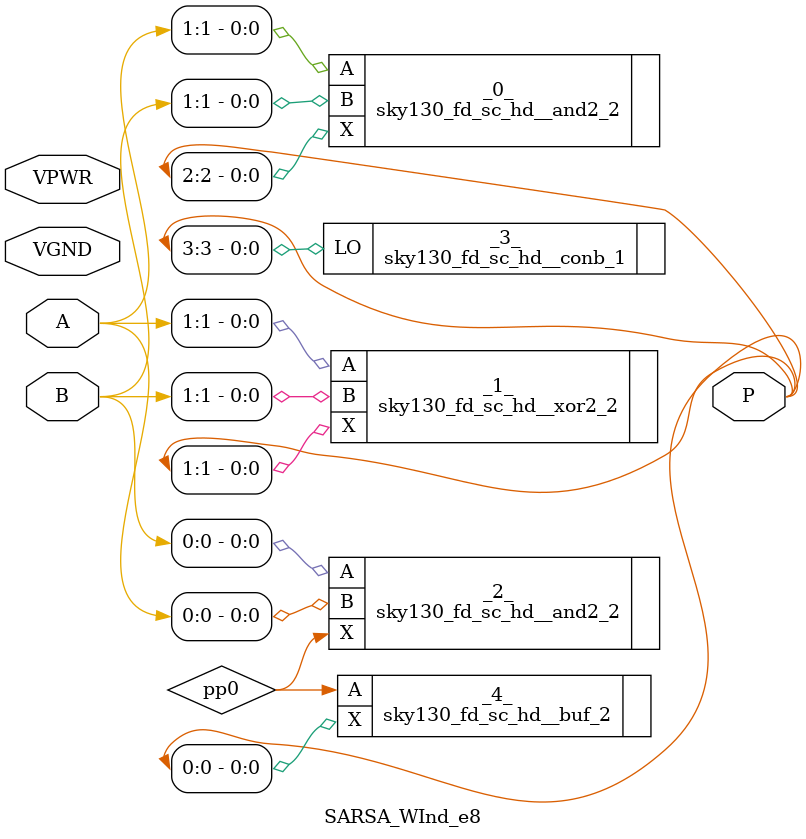
<source format=v>
module SARSA_WInd_e8 (A,
    B,
    P,
    VPWR,
    VGND);
 input [1:0] A;
 input [1:0] B;
 output [3:0] P;
 inout VPWR;
 inout VGND;

 wire pp0;

 sky130_fd_sc_hd__and2_2 _0_ (.A(A[1]),
    .B(B[1]),
    .X(P[2]));
 sky130_fd_sc_hd__xor2_2 _1_ (.A(A[1]),
    .B(B[1]),
    .X(P[1]));
 sky130_fd_sc_hd__and2_2 _2_ (.A(B[0]),
    .B(A[0]),
    .X(pp0));
 sky130_fd_sc_hd__conb_1 _3_ (.LO(P[3]));
 sky130_fd_sc_hd__buf_2 _4_ (.A(pp0),
    .X(P[0]));
 sky130_fd_sc_hd__decap_3 PHY_EDGE_ROW_0_Right_0 ();
 sky130_fd_sc_hd__decap_3 PHY_EDGE_ROW_1_Right_1 ();
 sky130_fd_sc_hd__decap_3 PHY_EDGE_ROW_2_Right_2 ();
 sky130_fd_sc_hd__decap_3 PHY_EDGE_ROW_3_Right_3 ();
 sky130_fd_sc_hd__decap_3 PHY_EDGE_ROW_4_Right_4 ();
 sky130_fd_sc_hd__decap_3 PHY_EDGE_ROW_5_Right_5 ();
 sky130_fd_sc_hd__decap_3 PHY_EDGE_ROW_6_Right_6 ();
 sky130_fd_sc_hd__decap_3 PHY_EDGE_ROW_7_Right_7 ();
 sky130_fd_sc_hd__decap_3 PHY_EDGE_ROW_8_Right_8 ();
 sky130_fd_sc_hd__decap_3 PHY_EDGE_ROW_9_Right_9 ();
 sky130_fd_sc_hd__decap_3 PHY_EDGE_ROW_0_Left_10 ();
 sky130_fd_sc_hd__decap_3 PHY_EDGE_ROW_1_Left_11 ();
 sky130_fd_sc_hd__decap_3 PHY_EDGE_ROW_2_Left_12 ();
 sky130_fd_sc_hd__decap_3 PHY_EDGE_ROW_3_Left_13 ();
 sky130_fd_sc_hd__decap_3 PHY_EDGE_ROW_4_Left_14 ();
 sky130_fd_sc_hd__decap_3 PHY_EDGE_ROW_5_Left_15 ();
 sky130_fd_sc_hd__decap_3 PHY_EDGE_ROW_6_Left_16 ();
 sky130_fd_sc_hd__decap_3 PHY_EDGE_ROW_7_Left_17 ();
 sky130_fd_sc_hd__decap_3 PHY_EDGE_ROW_8_Left_18 ();
 sky130_fd_sc_hd__decap_3 PHY_EDGE_ROW_9_Left_19 ();
 sky130_fd_sc_hd__tapvpwrvgnd_1 TAP_TAPCELL_ROW_0_20 ();
 sky130_fd_sc_hd__tapvpwrvgnd_1 TAP_TAPCELL_ROW_0_21 ();
 sky130_fd_sc_hd__tapvpwrvgnd_1 TAP_TAPCELL_ROW_1_22 ();
 sky130_fd_sc_hd__tapvpwrvgnd_1 TAP_TAPCELL_ROW_2_23 ();
 sky130_fd_sc_hd__tapvpwrvgnd_1 TAP_TAPCELL_ROW_3_24 ();
 sky130_fd_sc_hd__tapvpwrvgnd_1 TAP_TAPCELL_ROW_4_25 ();
 sky130_fd_sc_hd__tapvpwrvgnd_1 TAP_TAPCELL_ROW_5_26 ();
 sky130_fd_sc_hd__tapvpwrvgnd_1 TAP_TAPCELL_ROW_6_27 ();
 sky130_fd_sc_hd__tapvpwrvgnd_1 TAP_TAPCELL_ROW_7_28 ();
 sky130_fd_sc_hd__tapvpwrvgnd_1 TAP_TAPCELL_ROW_8_29 ();
 sky130_fd_sc_hd__tapvpwrvgnd_1 TAP_TAPCELL_ROW_9_30 ();
 sky130_fd_sc_hd__tapvpwrvgnd_1 TAP_TAPCELL_ROW_9_31 ();
endmodule

</source>
